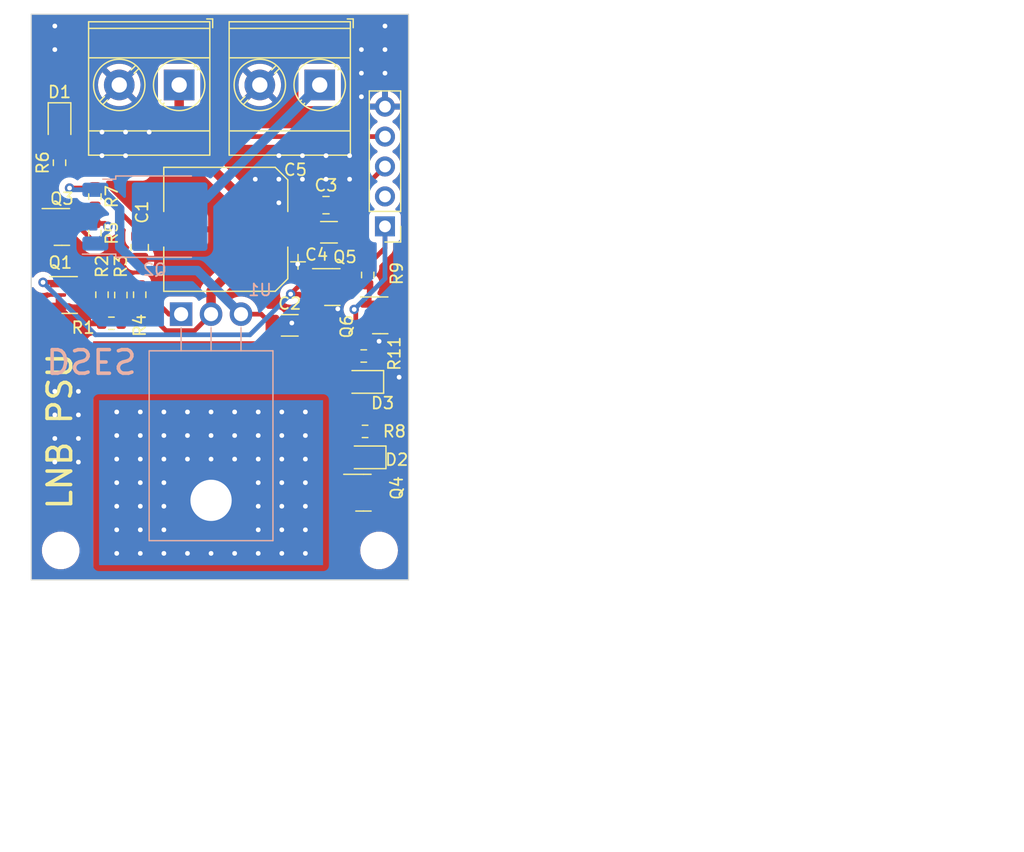
<source format=kicad_pcb>
(kicad_pcb (version 20221018) (generator pcbnew)
  (title_block (title "LNBF PSU") (date "2023-06-22") (rev "1") (company "Deep Space Exploration Society") (comment 1 "Designed by Hans Gaensbauer"))
  (layers (0 "F.Cu" signal) (31 "B.Cu" signal) (34 "B.Paste" user) (35 "F.Paste" user) (36 "B.SilkS" user "B.Silkscreen") (37 "F.SilkS" user "F.Silkscreen") (38 "B.Mask" user) (39 "F.Mask" user) (44 "Edge.Cuts" user))
  (net 0 "")
  (net 1 "Net-(Q2-D)")
  (net 2 "GND")
  (net 3 "Net-(J2-Pin_1)")
  (net 4 "Net-(D1-A)")
  (net 5 "Net-(D2-K)")
  (net 6 "Net-(D2-A)")
  (net 7 "Net-(D3-K)")
  (net 8 "Net-(D3-A)")
  (net 9 "Net-(J1-Pin_1)")
  (net 10 "+5V")
  (net 12 "Net-(J3-Pin_3)")
  (net 13 "Net-(J3-Pin_4)")
  (net 14 "Net-(Q1-D)")
  (net 15 "Net-(Q2-G)")
  (net 16 "Net-(Q3-D)")
  (net 17 "Net-(Q5-D)")
  (net 18 "Net-(U1-ADJ)")
  (net 19 "Net-(R2-Pad1)")
  (footprint "LED_SMD:LED_0805_2012Metric" (layer "F.Cu") (at 145.4 101.2 -90)
    (fp_text reference "D1" (at -2.6 0 -180) (layer "F.SilkS"))
    (fp_text value "LED_Small")
    (fp_line (start -1.685 -0.96) (end -1.685 0.96) (stroke (width 0.12)) (layer "F.SilkS"))
    (fp_line (start -1.685 0.96) (end 1 0.96) (stroke (width 0.12)) (layer "F.SilkS"))
    (fp_line (start 1 -0.96) (end -1.685 -0.96) (stroke (width 0.12)) (layer "F.SilkS"))
    (pad "1" smd roundrect (at -0.9375 0 270) (size 0.975 1.4) (layers "F.Cu" "F.Paste" "F.Mask") (net 2 "GND"))
    (pad "2" smd roundrect (at 0.9375 0 270) (size 0.975 1.4) (layers "F.Cu" "F.Paste" "F.Mask") (net 4 "Net-(D1-A)"))
  )
  (footprint "Connector_PinHeader_2.54mm:PinHeader_1x05_P2.54mm_Vertical" (layer "F.Cu") (at 173 110 180)
    (fp_text reference "J3" hide)
    (fp_text value "Conn_01x05_Pin")
    (fp_line (start -1.33 -1.33) (end 0 -1.33) (stroke (width 0.12)) (layer "F.SilkS"))
    (fp_line (start -1.33 0) (end -1.33 -1.33) (stroke (width 0.12)) (layer "F.SilkS"))
    (fp_line (start -1.33 1.27) (end -1.33 11.49) (stroke (width 0.12)) (layer "F.SilkS"))
    (fp_line (start -1.33 1.27) (end 1.33 1.27) (stroke (width 0.12)) (layer "F.SilkS"))
    (fp_line (start -1.33 11.49) (end 1.33 11.49) (stroke (width 0.12)) (layer "F.SilkS"))
    (fp_line (start 1.33 1.27) (end 1.33 11.49) (stroke (width 0.12)) (layer "F.SilkS"))
    (pad "1" thru_hole rect (at 0 0 180) (size 1.7 1.7) (drill 1) (layers "*.Cu" "*.Mask") (net 10 "+5V"))
    (pad "2" thru_hole oval (at 0 2.54 180) (size 1.7 1.7) (drill 1) (layers "*.Cu" "*.Mask"))
    (pad "3" thru_hole oval (at 0 5.08 180) (size 1.7 1.7) (drill 1) (layers "*.Cu" "*.Mask") (net 12 "Net-(J3-Pin_3)"))
    (pad "4" thru_hole oval (at 0 7.62 180) (size 1.7 1.7) (drill 1) (layers "*.Cu" "*.Mask") (net 13 "Net-(J3-Pin_4)"))
    (pad "5" thru_hole oval (at 0 10.16 180) (size 1.7 1.7) (drill 1) (layers "*.Cu" "*.Mask") (net 2 "GND"))
  )
  (footprint "Package_TO_SOT_SMD:SOT-23" (layer "F.Cu") (at 168.5375 115.15)
    (fp_text reference "Q5" (at 1.0625 -2.55) (layer "F.SilkS"))
    (fp_text value "Q_NMOS_GSD")
    (fp_line (start 0 -1.56) (end -1.675 -1.56) (stroke (width 0.12)) (layer "F.SilkS"))
    (fp_line (start 0 -1.56) (end 0.65 -1.56) (stroke (width 0.12)) (layer "F.SilkS"))
    (fp_line (start 0 1.56) (end -0.65 1.56) (stroke (width 0.12)) (layer "F.SilkS"))
    (fp_line (start 0 1.56) (end 0.65 1.56) (stroke (width 0.12)) (layer "F.SilkS"))
    (pad "1" smd roundrect (at -0.9375 -0.95) (size 1.475 0.6) (layers "F.Cu" "F.Paste" "F.Mask") (net 12 "Net-(J3-Pin_3)"))
    (pad "2" smd roundrect (at -0.9375 0.95) (size 1.475 0.6) (layers "F.Cu" "F.Paste" "F.Mask") (net 2 "GND"))
    (pad "3" smd roundrect (at 0.9375 0) (size 1.475 0.6) (layers "F.Cu" "F.Paste" "F.Mask") (net 17 "Net-(Q5-D)"))
  )
  (footprint "Resistor_SMD:R_0603_1608Metric" (layer "F.Cu") (at 148.4 110.575 -90)
    (fp_text reference "R5" (at 0 -1.43 90) (layer "F.SilkS"))
    (fp_text value "10k")
    (fp_line (start -0.237258 -0.5225) (end 0.237258 -0.5225) (stroke (width 0.12)) (layer "F.SilkS"))
    (fp_line (start -0.237258 0.5225) (end 0.237258 0.5225) (stroke (width 0.12)) (layer "F.SilkS"))
    (pad "1" smd roundrect (at -0.825 0 270) (size 0.8 0.95) (layers "F.Cu" "F.Paste" "F.Mask") (net 15 "Net-(Q2-G)"))
    (pad "2" smd roundrect (at 0.825 0 270) (size 0.8 0.95) (layers "F.Cu" "F.Paste" "F.Mask") (net 16 "Net-(Q3-D)"))
  )
  (footprint "MountingHole:MountingHole_2.7mm_M2.5" (layer "F.Cu") (at 172.5 137.5)
    (fp_text reference "H1" hide)
    (fp_text value "MountingHole")
    (pad "" np_thru_hole circle (at 0 0) (size 2.7 2.7) (drill 2.7) (layers "*.Cu" "*.Mask"))
  )
  (footprint "interferometer:TO-220-RS-Heatsink" (layer "F.Cu") (at 158.25 129.75 90)
    (fp_text reference "HS1" hide)
    (fp_text value "Heatsink_Pad")
    (pad "1" thru_hole circle (at -8 -8 90) (size 0.8 0.8) (drill 0.4) (layers "*.Cu" "*.Mask"))
    (pad "1" thru_hole circle (at -8 -6 90) (size 0.8 0.8) (drill 0.4) (layers "*.Cu" "*.Mask"))
    (pad "1" thru_hole circle (at -8 -4 90) (size 0.8 0.8) (drill 0.4) (layers "*.Cu" "*.Mask"))
    (pad "1" thru_hole circle (at -8 -2 90) (size 0.8 0.8) (drill 0.4) (layers "*.Cu" "*.Mask"))
    (pad "1" thru_hole circle (at -8 0 90) (size 0.8 0.8) (drill 0.4) (layers "*.Cu" "*.Mask"))
    (pad "1" thru_hole circle (at -8 2 90) (size 0.8 0.8) (drill 0.4) (layers "*.Cu" "*.Mask"))
    (pad "1" thru_hole circle (at -8 4 90) (size 0.8 0.8) (drill 0.4) (layers "*.Cu" "*.Mask"))
    (pad "1" thru_hole circle (at -8 6 90) (size 0.8 0.8) (drill 0.4) (layers "*.Cu" "*.Mask"))
    (pad "1" thru_hole circle (at -8 8 90) (size 0.8 0.8) (drill 0.4) (layers "*.Cu" "*.Mask"))
    (pad "1" thru_hole circle (at -6 -8 90) (size 0.8 0.8) (drill 0.4) (layers "*.Cu" "*.Mask"))
    (pad "1" thru_hole circle (at -6 -6 90) (size 0.8 0.8) (drill 0.4) (layers "*.Cu" "*.Mask"))
    (pad "1" thru_hole circle (at -6 -4 90) (size 0.8 0.8) (drill 0.4) (layers "*.Cu" "*.Mask"))
    (pad "1" thru_hole circle (at -6 4 90) (size 0.8 0.8) (drill 0.4) (layers "*.Cu" "*.Mask"))
    (pad "1" thru_hole circle (at -6 6 90) (size 0.8 0.8) (drill 0.4) (layers "*.Cu" "*.Mask"))
    (pad "1" thru_hole circle (at -6 8 90) (size 0.8 0.8) (drill 0.4) (layers "*.Cu" "*.Mask"))
    (pad "1" thru_hole circle (at -4 -8 90) (size 0.8 0.8) (drill 0.4) (layers "*.Cu" "*.Mask"))
    (pad "1" thru_hole circle (at -4 -6 90) (size 0.8 0.8) (drill 0.4) (layers "*.Cu" "*.Mask"))
    (pad "1" thru_hole circle (at -4 -4 90) (size 0.8 0.8) (drill 0.4) (layers "*.Cu" "*.Mask"))
    (pad "1" thru_hole circle (at -4 4 90) (size 0.8 0.8) (drill 0.4) (layers "*.Cu" "*.Mask"))
    (pad "1" thru_hole circle (at -4 6 90) (size 0.8 0.8) (drill 0.4) (layers "*.Cu" "*.Mask"))
    (pad "1" thru_hole circle (at -4 8 90) (size 0.8 0.8) (drill 0.4) (layers "*.Cu" "*.Mask"))
    (pad "1" thru_hole circle (at -2 -8 90) (size 0.8 0.8) (drill 0.4) (layers "*.Cu" "*.Mask"))
    (pad "1" thru_hole circle (at -2 -6 90) (size 0.8 0.8) (drill 0.4) (layers "*.Cu" "*.Mask"))
    (pad "1" thru_hole circle (at -2 -4 90) (size 0.8 0.8) (drill 0.4) (layers "*.Cu" "*.Mask"))
    (pad "1" smd rect (at -2 0 90) (size 14 19) (layers "B.Cu"))
    (pad "1" thru_hole circle (at -2 4 90) (size 0.8 0.8) (drill 0.4) (layers "*.Cu" "*.Mask"))
    (pad "1" thru_hole circle (at -2 6 90) (size 0.8 0.8) (drill 0.4) (layers "*.Cu" "*.Mask"))
    (pad "1" thru_hole circle (at -2 8 90) (size 0.8 0.8) (drill 0.4) (layers "*.Cu" "*.Mask"))
    (pad "1" thru_hole circle (at 0 -8 90) (size 0.8 0.8) (drill 0.4) (layers "*.Cu" "*.Mask"))
    (pad "1" thru_hole circle (at 0 -6 90) (size 0.8 0.8) (drill 0.4) (layers "*.Cu" "*.Mask"))
    (pad "1" thru_hole circle (at 0 -4 90) (size 0.8 0.8) (drill 0.4) (layers "*.Cu" "*.Mask"))
    (pad "1" thru_hole circle (at 0 -2 90) (size 0.8 0.8) (drill 0.4) (layers "*.Cu" "*.Mask"))
    (pad "1" thru_hole circle (at 0 0 90) (size 0.8 0.8) (drill 0.4) (layers "*.Cu" "*.Mask"))
    (pad "1" smd rect (at 0 0 90) (size 20 20) (layers "F.Cu" "F.Paste" "F.Mask"))
    (pad "1" thru_hole circle (at 0 2 90) (size 0.8 0.8) (drill 0.4) (layers "*.Cu" "*.Mask"))
    (pad "1" thru_hole circle (at 0 4 90) (size 0.8 0.8) (drill 0.4) (layers "*.Cu" "*.Mask"))
    (pad "1" thru_hole circle (at 0 6 90) (size 0.8 0.8) (drill 0.4) (layers "*.Cu" "*.Mask"))
    (pad "1" thru_hole circle (at 0 8 90) (size 0.8 0.8) (drill 0.4) (layers "*.Cu" "*.Mask"))
    (pad "1" thru_hole circle (at 2 -8 90) (size 0.8 0.8) (drill 0.4) (layers "*.Cu" "*.Mask"))
    (pad "1" thru_hole circle (at 2 -6 90) (size 0.8 0.8) (drill 0.4) (layers "*.Cu" "*.Mask"))
    (pad "1" thru_hole circle (at 2 -4 90) (size 0.8 0.8) (drill 0.4) (layers "*.Cu" "*.Mask"))
    (pad "1" thru_hole circle (at 2 -2 90) (size 0.8 0.8) (drill 0.4) (layers "*.Cu" "*.Mask"))
    (pad "1" thru_hole circle (at 2 0 90) (size 0.8 0.8) (drill 0.4) (layers "*.Cu" "*.Mask"))
    (pad "1" thru_hole circle (at 2 2 90) (size 0.8 0.8) (drill 0.4) (layers "*.Cu" "*.Mask"))
    (pad "1" thru_hole circle (at 2 4 90) (size 0.8 0.8) (drill 0.4) (layers "*.Cu" "*.Mask"))
    (pad "1" thru_hole circle (at 2 6 90) (size 0.8 0.8) (drill 0.4) (layers "*.Cu" "*.Mask"))
    (pad "1" thru_hole circle (at 2 8 90) (size 0.8 0.8) (drill 0.4) (layers "*.Cu" "*.Mask"))
    (pad "1" thru_hole circle (at 4 -8 90) (size 0.8 0.8) (drill 0.4) (layers "*.Cu" "*.Mask"))
    (pad "1" thru_hole circle (at 4 -6 90) (size 0.8 0.8) (drill 0.4) (layers "*.Cu" "*.Mask"))
    (pad "1" thru_hole circle (at 4 -4 90) (size 0.8 0.8) (drill 0.4) (layers "*.Cu" "*.Mask"))
    (pad "1" thru_hole circle (at 4 -2 90) (size 0.8 0.8) (drill 0.4) (layers "*.Cu" "*.Mask"))
    (pad "1" thru_hole circle (at 4 0 90) (size 0.8 0.8) (drill 0.4) (layers "*.Cu" "*.Mask"))
    (pad "1" thru_hole circle (at 4 2 90) (size 0.8 0.8) (drill 0.4) (layers "*.Cu" "*.Mask"))
    (pad "1" thru_hole circle (at 4 4 90) (size 0.8 0.8) (drill 0.4) (layers "*.Cu" "*.Mask"))
    (pad "1" thru_hole circle (at 4 6 90) (size 0.8 0.8) (drill 0.4) (layers "*.Cu" "*.Mask"))
    (pad "1" thru_hole circle (at 4 8 90) (size 0.8 0.8) (drill 0.4) (layers "*.Cu" "*.Mask"))
  )
  (footprint "Resistor_SMD:R_0603_1608Metric" (layer "F.Cu") (at 150.6 115.825 90)
    (fp_text reference "R3" (at 2.425 0 90) (layer "F.SilkS"))
    (fp_text value "10k")
    (fp_line (start -0.237258 -0.5225) (end 0.237258 -0.5225) (stroke (width 0.12)) (layer "F.SilkS"))
    (fp_line (start -0.237258 0.5225) (end 0.237258 0.5225) (stroke (width 0.12)) (layer "F.SilkS"))
    (pad "1" smd roundrect (at -0.825 0 90) (size 0.8 0.95) (layers "F.Cu" "F.Paste" "F.Mask") (net 18 "Net-(U1-ADJ)"))
    (pad "2" smd roundrect (at 0.825 0 90) (size 0.8 0.95) (layers "F.Cu" "F.Paste" "F.Mask") (net 19 "Net-(R2-Pad1)"))
  )
  (footprint "Resistor_SMD:R_0603_1608Metric" (layer "F.Cu") (at 148.4 107.475 -90)
    (fp_text reference "R7" (at 0 -1.43 90) (layer "F.SilkS"))
    (fp_text value "10k")
    (fp_line (start -0.237258 -0.5225) (end 0.237258 -0.5225) (stroke (width 0.12)) (layer "F.SilkS"))
    (fp_line (start -0.237258 0.5225) (end 0.237258 0.5225) (stroke (width 0.12)) (layer "F.SilkS"))
    (pad "1" smd roundrect (at -0.825 0 270) (size 0.8 0.95) (layers "F.Cu" "F.Paste" "F.Mask") (net 1 "Net-(Q2-D)"))
    (pad "2" smd roundrect (at 0.825 0 270) (size 0.8 0.95) (layers "F.Cu" "F.Paste" "F.Mask") (net 15 "Net-(Q2-G)"))
  )
  (footprint "TerminalBlock_Phoenix:TerminalBlock_Phoenix_MKDS-3-2-5.08_1x02_P5.08mm_Horizontal" (layer "F.Cu") (at 167.465 98 180)
    (fp_text reference "J1" hide)
    (fp_text value "Screw_Terminal_01x02")
    (fp_line (start -2.84 4.86) (end -2.84 5.6) (stroke (width 0.12)) (layer "F.SilkS"))
    (fp_line (start -2.84 5.6) (end -2.34 5.6) (stroke (width 0.12)) (layer "F.SilkS"))
    (fp_line (start -2.6 -5.96) (end -2.6 5.36) (stroke (width 0.12)) (layer "F.SilkS"))
    (fp_line (start -2.6 -5.96) (end 7.68 -5.96) (stroke (width 0.12)) (layer "F.SilkS"))
    (fp_line (start -2.6 -3.9) (end 7.68 -3.9) (stroke (width 0.12)) (layer "F.SilkS"))
    (fp_line (start -2.6 2.3) (end 7.68 2.3) (stroke (width 0.12)) (layer "F.SilkS"))
    (fp_line (start -2.6 4.8) (end 7.68 4.8) (stroke (width 0.12)) (layer "F.SilkS"))
    (fp_line (start -2.6 5.36) (end 7.68 5.36) (stroke (width 0.12)) (layer "F.SilkS"))
    (fp_line (start -1.548 1.281) (end -1.654 1.388) (stroke (width 0.12)) (layer "F.SilkS"))
    (fp_line (start -1.282 1.547) (end -1.388 1.654) (stroke (width 0.12)) (layer "F.SilkS"))
    (fp_line (start 1.388 -1.654) (end 1.281 -1.547) (stroke (width 0.12)) (layer "F.SilkS"))
    (fp_line (start 1.654 -1.388) (end 1.547 -1.281) (stroke (width 0.12)) (layer "F.SilkS"))
    (fp_line (start 3.822 0.992) (end 3.427 1.388) (stroke (width 0.12)) (layer "F.SilkS"))
    (fp_line (start 4.073 1.274) (end 3.693 1.654) (stroke (width 0.12)) (layer "F.SilkS"))
    (fp_line (start 6.468 -1.654) (end 6.088 -1.274) (stroke (width 0.12)) (layer "F.SilkS"))
    (fp_line (start 6.734 -1.388) (end 6.339 -0.992) (stroke (width 0.12)) (layer "F.SilkS"))
    (fp_line (start 7.68 -5.96) (end 7.68 5.36) (stroke (width 0.12)) (layer "F.SilkS"))
    (fp_circle (center 0 0) (end 2.18 0) (stroke (width 0.12)) (fill none) (layer "F.SilkS"))
    (fp_circle (center 5.08 0) (end 7.26 0) (stroke (width 0.12)) (fill none) (layer "F.SilkS"))
    (pad "1" thru_hole rect (at 0 0 180) (size 2.6 2.6) (drill 1.3) (layers "*.Cu" "*.Mask") (net 9 "Net-(J1-Pin_1)"))
    (pad "2" thru_hole circle (at 5.08 0 180) (size 2.6 2.6) (drill 1.3) (layers "*.Cu" "*.Mask") (net 2 "GND"))
  )
  (footprint "Package_TO_SOT_SMD:SOT-23" (layer "F.Cu") (at 171.175 132.6)
    (fp_text reference "Q4" (at 2.825 -0.4 90) (layer "F.SilkS"))
    (fp_text value "Q_NMOS_GSD")
    (fp_line (start 0 -1.56) (end -1.675 -1.56) (stroke (width 0.12)) (layer "F.SilkS"))
    (fp_line (start 0 -1.56) (end 0.65 -1.56) (stroke (width 0.12)) (layer "F.SilkS"))
    (fp_line (start 0 1.56) (end -0.65 1.56) (stroke (width 0.12)) (layer "F.SilkS"))
    (fp_line (start 0 1.56) (end 0.65 1.56) (stroke (width 0.12)) (layer "F.SilkS"))
    (pad "1" smd roundrect (at -0.9375 -0.95) (size 1.475 0.6) (layers "F.Cu" "F.Paste" "F.Mask") (net 12 "Net-(J3-Pin_3)"))
    (pad "2" smd roundrect (at -0.9375 0.95) (size 1.475 0.6) (layers "F.Cu" "F.Paste" "F.Mask") (net 2 "GND"))
    (pad "3" smd roundrect (at 0.9375 0) (size 1.475 0.6) (layers "F.Cu" "F.Paste" "F.Mask") (net 5 "Net-(D2-K)"))
  )
  (footprint "Resistor_SMD:R_0603_1608Metric" (layer "F.Cu") (at 171.5375 114.125 -90)
    (fp_text reference "R9" (at -0.125 -2.4625 90) (layer "F.SilkS"))
    (fp_text value "1Meg")
    (fp_line (start -0.237258 -0.5225) (end 0.237258 -0.5225) (stroke (width 0.12)) (layer "F.SilkS"))
    (fp_line (start -0.237258 0.5225) (end 0.237258 0.5225) (stroke (width 0.12)) (layer "F.SilkS"))
    (pad "1" smd roundrect (at -0.825 0 270) (size 0.8 0.95) (layers "F.Cu" "F.Paste" "F.Mask") (net 10 "+5V"))
    (pad "2" smd roundrect (at 0.825 0 270) (size 0.8 0.95) (layers "F.Cu" "F.Paste" "F.Mask") (net 17 "Net-(Q5-D)"))
  )
  (footprint "Capacitor_SMD:C_1206_3216Metric" (layer "F.Cu") (at 168.25 110.5)
    (fp_text reference "C4" (at -1.05 1.9) (layer "F.SilkS"))
    (fp_text value "100n")
    (fp_line (start -0.711252 -0.91) (end 0.711252 -0.91) (stroke (width 0.12)) (layer "F.SilkS"))
    (fp_line (start -0.711252 0.91) (end 0.711252 0.91) (stroke (width 0.12)) (layer "F.SilkS"))
    (pad "1" smd roundrect (at -1.475 0) (size 1.15 1.8) (layers "F.Cu" "F.Paste" "F.Mask") (roundrect_rratio 0.2173913043) (net 3 "Net-(J2-Pin_1)"))
    (pad "2" smd roundrect (at 1.475 0) (size 1.15 1.8) (layers "F.Cu" "F.Paste" "F.Mask") (roundrect_rratio 0.2173913043) (net 2 "GND"))
  )
  (footprint "Capacitor_SMD:CP_Elec_10x10" (layer "F.Cu") (at 159.5 110.25 180)
    (fp_text reference "C5" (at -5.9 5.05) (layer "F.SilkS"))
    (fp_text value "100u")
    (fp_line (start -6.75 -2.76) (end -5.5 -2.76) (stroke (width 0.12)) (layer "F.SilkS"))
    (fp_line (start -6.125 -3.385) (end -6.125 -2.135) (stroke (width 0.12)) (layer "F.SilkS"))
    (fp_line (start -5.26 -4.195563) (end -5.26 -1.51) (stroke (width 0.12)) (layer "F.SilkS"))
    (fp_line (start -5.26 -4.195563) (end -4.195563 -5.26) (stroke (width 0.12)) (layer "F.SilkS"))
    (fp_line (start -5.26 4.195563) (end -5.26 1.51) (stroke (width 0.12)) (layer "F.SilkS"))
    (fp_line (start -5.26 4.195563) (end -4.195563 5.26) (stroke (width 0.12)) (layer "F.SilkS"))
    (fp_line (start -4.195563 -5.26) (end 5.26 -5.26) (stroke (width 0.12)) (layer "F.SilkS"))
    (fp_line (start -4.195563 5.26) (end 5.26 5.26) (stroke (width 0.12)) (layer "F.SilkS"))
    (fp_line (start 5.26 -5.26) (end 5.26 -1.51) (stroke (width 0.12)) (layer "F.SilkS"))
    (fp_line (start 5.26 5.26) (end 5.26 1.51) (stroke (width 0.12)) (layer "F.SilkS"))
    (pad "1" smd roundrect (at -4 0 180) (size 4 2.5) (layers "F.Cu" "F.Paste" "F.Mask") (roundrect_rratio 0.1) (net 3 "Net-(J2-Pin_1)"))
    (pad "2" smd roundrect (at 4 0 180) (size 4 2.5) (layers "F.Cu" "F.Paste" "F.Mask") (roundrect_rratio 0.1) (net 2 "GND"))
  )
  (footprint "Resistor_SMD:R_0603_1608Metric" (layer "F.Cu") (at 149 115.8 -90)
    (fp_text reference "R2" (at -2.4 0 90) (layer "F.SilkS"))
    (fp_text value "3.3k")
    (fp_line (start -0.237258 -0.5225) (end 0.237258 -0.5225) (stroke (width 0.12)) (layer "F.SilkS"))
    (fp_line (start -0.237258 0.5225) (end 0.237258 0.5225) (stroke (width 0.12)) (layer "F.SilkS"))
    (pad "1" smd roundrect (at -0.825 0 270) (size 0.8 0.95) (layers "F.Cu" "F.Paste" "F.Mask") (net 19 "Net-(R2-Pad1)"))
    (pad "2" smd roundrect (at 0.825 0 270) (size 0.8 0.95) (layers "F.Cu" "F.Paste" "F.Mask") (net 14 "Net-(Q1-D)"))
  )
  (footprint "Resistor_SMD:R_0603_1608Metric" (layer "F.Cu") (at 171.2 121 180)
    (fp_text reference "R11" (at -2.6 0.2 90) (layer "F.SilkS"))
    (fp_text value "2k")
    (fp_line (start -0.237258 -0.5225) (end 0.237258 -0.5225) (stroke (width 0.12)) (layer "F.SilkS"))
    (fp_line (start -0.237258 0.5225) (end 0.237258 0.5225) (stroke (width 0.12)) (layer "F.SilkS"))
    (pad "1" smd roundrect (at -0.825 0 180) (size 0.8 0.95) (layers "F.Cu" "F.Paste" "F.Mask") (net 10 "+5V"))
    (pad "2" smd roundrect (at 0.825 0 180) (size 0.8 0.95) (layers "F.Cu" "F.Paste" "F.Mask") (net 8 "Net-(D3-A)"))
  )
  (footprint "Resistor_SMD:R_0603_1608Metric" (layer "F.Cu") (at 171.3125 127.4 180)
    (fp_text reference "R8" (at -2.4875 0) (layer "F.SilkS"))
    (fp_text value "2k")
    (fp_line (start -0.237258 -0.5225) (end 0.237258 -0.5225) (stroke (width 0.12)) (layer "F.SilkS"))
    (fp_line (start -0.237258 0.5225) (end 0.237258 0.5225) (stroke (width 0.12)) (layer "F.SilkS"))
    (pad "1" smd roundrect (at -0.825 0 180) (size 0.8 0.95) (layers "F.Cu" "F.Paste" "F.Mask") (net 10 "+5V"))
    (pad "2" smd roundrect (at 0.825 0 180) (size 0.8 0.95) (layers "F.Cu" "F.Paste" "F.Mask") (net 6 "Net-(D2-A)"))
  )
  (footprint "Package_TO_SOT_SMD:SOT-23" (layer "F.Cu") (at 145.6 110.05)
    (fp_text reference "Q3" (at 0 -2.4) (layer "F.SilkS"))
    (fp_text value "Q_NMOS_GSD")
    (fp_line (start 0 -1.56) (end -1.675 -1.56) (stroke (width 0.12)) (layer "F.SilkS"))
    (fp_line (start 0 -1.56) (end 0.65 -1.56) (stroke (width 0.12)) (layer "F.SilkS"))
    (fp_line (start 0 1.56) (end -0.65 1.56) (stroke (width 0.12)) (layer "F.SilkS"))
    (fp_line (start 0 1.56) (end 0.65 1.56) (stroke (width 0.12)) (layer "F.SilkS"))
    (pad "1" smd roundrect (at -0.9375 -0.95) (size 1.475 0.6) (layers "F.Cu" "F.Paste" "F.Mask") (net 13 "Net-(J3-Pin_4)"))
    (pad "2" smd roundrect (at -0.9375 0.95) (size 1.475 0.6) (layers "F.Cu" "F.Paste" "F.Mask") (net 2 "GND"))
    (pad "3" smd roundrect (at 0.9375 0) (size 1.475 0.6) (layers "F.Cu" "F.Paste" "F.Mask") (net 16 "Net-(Q3-D)"))
  )
  (footprint "LED_SMD:LED_0805_2012Metric" (layer "F.Cu") (at 171.2 123.2 180)
    (fp_text reference "D3" (at -1.6 -1.8) (layer "F.SilkS"))
    (fp_text value "LED_Small")
    (fp_line (start -1.685 -0.96) (end -1.685 0.96) (stroke (width 0.12)) (layer "F.SilkS"))
    (fp_line (start -1.685 0.96) (end 1 0.96) (stroke (width 0.12)) (layer "F.SilkS"))
    (fp_line (start 1 -0.96) (end -1.685 -0.96) (stroke (width 0.12)) (layer "F.SilkS"))
    (pad "1" smd roundrect (at -0.9375 0 180) (size 0.975 1.4) (layers "F.Cu" "F.Paste" "F.Mask") (net 7 "Net-(D3-K)"))
    (pad "2" smd roundrect (at 0.9375 0 180) (size 0.975 1.4) (layers "F.Cu" "F.Paste" "F.Mask") (net 8 "Net-(D3-A)"))
  )
  (footprint "TerminalBlock_Phoenix:TerminalBlock_Phoenix_MKDS-3-2-5.08_1x02_P5.08mm_Horizontal" (layer "F.Cu") (at 155.545 98 180)
    (fp_text reference "J2" hide)
    (fp_text value "Screw_Terminal_01x02")
    (fp_line (start -2.84 4.86) (end -2.84 5.6) (stroke (width 0.12)) (layer "F.SilkS"))
    (fp_line (start -2.84 5.6) (end -2.34 5.6) (stroke (width 0.12)) (layer "F.SilkS"))
    (fp_line (start -2.6 -5.96) (end -2.6 5.36) (stroke (width 0.12)) (layer "F.SilkS"))
    (fp_line (start -2.6 -5.96) (end 7.68 -5.96) (stroke (width 0.12)) (layer "F.SilkS"))
    (fp_line (start -2.6 -3.9) (end 7.68 -3.9) (stroke (width 0.12)) (layer "F.SilkS"))
    (fp_line (start -2.6 2.3) (end 7.68 2.3) (stroke (width 0.12)) (layer "F.SilkS"))
    (fp_line (start -2.6 4.8) (end 7.68 4.8) (stroke (width 0.12)) (layer "F.SilkS"))
    (fp_line (start -2.6 5.36) (end 7.68 5.36) (stroke (width 0.12)) (layer "F.SilkS"))
    (fp_line (start -1.548 1.281) (end -1.654 1.388) (stroke (width 0.12)) (layer "F.SilkS"))
    (fp_line (start -1.282 1.547) (end -1.388 1.654) (stroke (width 0.12)) (layer "F.SilkS"))
    (fp_line (start 1.388 -1.654) (end 1.281 -1.547) (stroke (width 0.12)) (layer "F.SilkS"))
    (fp_line (start 1.654 -1.388) (end 1.547 -1.281) (stroke (width 0.12)) (layer "F.SilkS"))
    (fp_line (start 3.822 0.992) (end 3.427 1.388) (stroke (width 0.12)) (layer "F.SilkS"))
    (fp_line (start 4.073 1.274) (end 3.693 1.654) (stroke (width 0.12)) (layer "F.SilkS"))
    (fp_line (start 6.468 -1.654) (end 6.088 -1.274) (stroke (width 0.12)) (layer "F.SilkS"))
    (fp_line (start 6.734 -1.388) (end 6.339 -0.992) (stroke (width 0.12)) (layer "F.SilkS"))
    (fp_line (start 7.68 -5.96) (end 7.68 5.36) (stroke (width 0.12)) (layer "F.SilkS"))
    (fp_circle (center 0 0) (end 2.18 0) (stroke (width 0.12)) (fill none) (layer "F.SilkS"))
    (fp_circle (center 5.08 0) (end 7.26 0) (stroke (width 0.12)) (fill none) (layer "F.SilkS"))
    (pad "1" thru_hole rect (at 0 0 180) (size 2.6 2.6) (drill 1.3) (layers "*.Cu" "*.Mask") (net 3 "Net-(J2-Pin_1)"))
    (pad "2" thru_hole circle (at 5.08 0 180) (size 2.6 2.6) (drill 1.3) (layers "*.Cu" "*.Mask") (net 2 "GND"))
  )
  (footprint "LED_SMD:LED_0805_2012Metric" (layer "F.Cu") (at 171.4 129.6 180)
    (fp_text reference "D2" (at -2.6 -0.2) (layer "F.SilkS"))
    (fp_text value "LED_Small")
    (fp_line (start -1.685 -0.96) (end -1.685 0.96) (stroke (width 0.12)) (layer "F.SilkS"))
    (fp_line (start -1.685 0.96) (end 1 0.96) (stroke (width 0.12)) (layer "F.SilkS"))
    (fp_line (start 1 -0.96) (end -1.685 -0.96) (stroke (width 0.12)) (layer "F.SilkS"))
    (pad "1" smd roundrect (at -0.9375 0 180) (size 0.975 1.4) (layers "F.Cu" "F.Paste" "F.Mask") (net 5 "Net-(D2-K)"))
    (pad "2" smd roundrect (at 0.9375 0 180) (size 0.975 1.4) (layers "F.Cu" "F.Paste" "F.Mask") (net 6 "Net-(D2-A)"))
  )
  (footprint "Capacitor_SMD:C_1206_3216Metric" (layer "F.Cu") (at 164.925 118.4)
    (fp_text reference "C2" (at 0 -1.85) (layer "F.SilkS"))
    (fp_text value "100n")
    (fp_line (start -0.711252 -0.91) (end 0.711252 -0.91) (stroke (width 0.12)) (layer "F.SilkS"))
    (fp_line (start -0.711252 0.91) (end 0.711252 0.91) (stroke (width 0.12)) (layer "F.SilkS"))
    (pad "1" smd roundrect (at -1.475 0) (size 1.15 1.8) (layers "F.Cu" "F.Paste" "F.Mask") (roundrect_rratio 0.2173913043) (net 1 "Net-(Q2-D)"))
    (pad "2" smd roundrect (at 1.475 0) (size 1.15 1.8) (layers "F.Cu" "F.Paste" "F.Mask") (roundrect_rratio 0.2173913043) (net 2 "GND"))
  )
  (footprint "Package_TO_SOT_SMD:SOT-23" (layer "F.Cu") (at 172.6 117.55)
    (fp_text reference "Q6" (at -2.85 0.95 90) (layer "F.SilkS"))
    (fp_text value "Q_NMOS_GSD")
    (fp_line (start 0 -1.56) (end -1.675 -1.56) (stroke (width 0.12)) (layer "F.SilkS"))
    (fp_line (start 0 -1.56) (end 0.65 -1.56) (stroke (width 0.12)) (layer "F.SilkS"))
    (fp_line (start 0 1.56) (end -0.65 1.56) (stroke (width 0.12)) (layer "F.SilkS"))
    (fp_line (start 0 1.56) (end 0.65 1.56) (stroke (width 0.12)) (layer "F.SilkS"))
    (pad "1" smd roundrect (at -0.9375 -0.95) (size 1.475 0.6) (layers "F.Cu" "F.Paste" "F.Mask") (net 17 "Net-(Q5-D)"))
    (pad "2" smd roundrect (at -0.9375 0.95) (size 1.475 0.6) (layers "F.Cu" "F.Paste" "F.Mask") (net 2 "GND"))
    (pad "3" smd roundrect (at 0.9375 0) (size 1.475 0.6) (layers "F.Cu" "F.Paste" "F.Mask") (net 7 "Net-(D3-K)"))
  )
  (footprint "Resistor_SMD:R_0603_1608Metric" (layer "F.Cu") (at 149.8 118.225 180)
    (fp_text reference "R1" (at 2.4 -0.375) (layer "F.SilkS"))
    (fp_text value "6.8k")
    (fp_line (start -0.237258 -0.5225) (end 0.237258 -0.5225) (stroke (width 0.12)) (layer "F.SilkS"))
    (fp_line (start -0.237258 0.5225) (end 0.237258 0.5225) (stroke (width 0.12)) (layer "F.SilkS"))
    (pad "1" smd roundrect (at -0.825 0 180) (size 0.8 0.95) (layers "F.Cu" "F.Paste" "F.Mask") (net 18 "Net-(U1-ADJ)"))
    (pad "2" smd roundrect (at 0.825 0 180) (size 0.8 0.95) (layers "F.Cu" "F.Paste" "F.Mask") (net 2 "GND"))
  )
  (footprint "Package_TO_SOT_SMD:SOT-23" (layer "F.Cu") (at 146.2625 115.825)
    (fp_text reference "Q1" (at -0.8 -2.75) (layer "F.SilkS"))
    (fp_text value "Q_NMOS_GSD")
    (fp_line (start 0 -1.56) (end -1.675 -1.56) (stroke (width 0.12)) (layer "F.SilkS"))
    (fp_line (start 0 -1.56) (end 0.65 -1.56) (stroke (width 0.12)) (layer "F.SilkS"))
    (fp_line (start 0 1.56) (end -0.65 1.56) (stroke (width 0.12)) (layer "F.SilkS"))
    (fp_line (start 0 1.56) (end 0.65 1.56) (stroke (width 0.12)) (layer "F.SilkS"))
    (pad "1" smd roundrect (at -0.9375 -0.95) (size 1.475 0.6) (layers "F.Cu" "F.Paste" "F.Mask") (net 12 "Net-(J3-Pin_3)"))
    (pad "2" smd roundrect (at -0.9375 0.95) (size 1.475 0.6) (layers "F.Cu" "F.Paste" "F.Mask") (net 2 "GND"))
    (pad "3" smd roundrect (at 0.9375 0) (size 1.475 0.6) (layers "F.Cu" "F.Paste" "F.Mask") (net 14 "Net-(Q1-D)"))
  )
  (footprint "Resistor_SMD:R_0603_1608Metric" (layer "F.Cu") (at 145.4 104.6 90)
    (fp_text reference "R6" (at 0 -1.43 90) (layer "F.SilkS"))
    (fp_text value "10k")
    (fp_line (start -0.237258 -0.5225) (end 0.237258 -0.5225) (stroke (width 0.12)) (layer "F.SilkS"))
    (fp_line (start -0.237258 0.5225) (end 0.237258 0.5225) (stroke (width 0.12)) (layer "F.SilkS"))
    (pad "1" smd roundrect (at -0.825 0 90) (size 0.8 0.95) (layers "F.Cu" "F.Paste" "F.Mask") (net 3 "Net-(J2-Pin_1)"))
    (pad "2" smd roundrect (at 0.825 0 90) (size 0.8 0.95) (layers "F.Cu" "F.Paste" "F.Mask") (net 4 "Net-(D1-A)"))
  )
  (footprint "Capacitor_SMD:C_0805_2012Metric" (layer "F.Cu") (at 152.2 111.8 -90)
    (fp_text reference "C1" (at -3 -0.2 90) (layer "F.SilkS"))
    (fp_text value "1u")
    (fp_line (start -0.261252 -0.735) (end 0.261252 -0.735) (stroke (width 0.12)) (layer "F.SilkS"))
    (fp_line (start -0.261252 0.735) (end 0.261252 0.735) (stroke (width 0.12)) (layer "F.SilkS"))
    (pad "1" smd roundrect (at -0.95 0 270) (size 1 1.45) (layers "F.Cu" "F.Paste" "F.Mask") (net 1 "Net-(Q2-D)"))
    (pad "2" smd roundrect (at 0.95 0 270) (size 1 1.45) (layers "F.Cu" "F.Paste" "F.Mask") (net 2 "GND"))
  )
  (footprint "Resistor_SMD:R_0603_1608Metric" (layer "F.Cu") (at 152.2 115.8 90)
    (fp_text reference "R4" (at -2.6 0 90) (layer "F.SilkS"))
    (fp_text value "470")
    (fp_line (start -0.237258 -0.5225) (end 0.237258 -0.5225) (stroke (width 0.12)) (layer "F.SilkS"))
    (fp_line (start -0.237258 0.5225) (end 0.237258 0.5225) (stroke (width 0.12)) (layer "F.SilkS"))
    (pad "1" smd roundrect (at -0.825 0 90) (size 0.8 0.95) (layers "F.Cu" "F.Paste" "F.Mask") (net 3 "Net-(J2-Pin_1)"))
    (pad "2" smd roundrect (at 0.825 0 90) (size 0.8 0.95) (layers "F.Cu" "F.Paste" "F.Mask") (net 18 "Net-(U1-ADJ)"))
  )
  (footprint "MountingHole:MountingHole_2.7mm_M2.5" (layer "F.Cu") (at 145.5 137.5)
    (fp_text reference "H2" hide)
    (fp_text value "MountingHole")
    (pad "" np_thru_hole circle (at 0 0) (size 2.7 2.7) (drill 2.7) (layers "*.Cu" "*.Mask"))
  )
  (footprint "Capacitor_SMD:C_0805_2012Metric" (layer "F.Cu") (at 168 108.2)
    (fp_text reference "C3" (at 0 -1.68 -360) (layer "F.SilkS"))
    (fp_text value "1u")
    (fp_line (start -0.261252 -0.735) (end 0.261252 -0.735) (stroke (width 0.12)) (layer "F.SilkS"))
    (fp_line (start -0.261252 0.735) (end 0.261252 0.735) (stroke (width 0.12)) (layer "F.SilkS"))
    (pad "1" smd roundrect (at -0.95 0) (size 1 1.45) (layers "F.Cu" "F.Paste" "F.Mask") (net 3 "Net-(J2-Pin_1)"))
    (pad "2" smd roundrect (at 0.95 0) (size 1 1.45) (layers "F.Cu" "F.Paste" "F.Mask") (net 2 "GND"))
  )
  (footprint "Package_TO_SOT_SMD:TO-252-2" (layer "B.Cu") (at 153.4775 109.175)
    (fp_text reference "Q2" (at 0 4.5) (layer "B.SilkS") (effects (justify mirror)))
    (fp_text value "Q_PMOS_GSD")
    (fp_line (start -3.31 -3.45) (end -3.31 -3.18) (stroke (width 0.12)) (layer "B.SilkS"))
    (fp_line (start -3.31 -3.18) (end -4.41 -3.18) (stroke (width 0.12)) (layer "B.SilkS"))
    (fp_line (start -3.31 3.18) (end -6.14 3.18) (stroke (width 0.12)) (layer "B.SilkS"))
    (fp_line (start -3.31 3.45) (end -3.31 3.18) (stroke (width 0.12)) (layer "B.SilkS"))
    (fp_line (start 3.11 -3.45) (end -3.31 -3.45) (stroke (width 0.12)) (layer "B.SilkS"))
    (fp_line (start 3.11 3.45) (end -3.31 3.45) (stroke (width 0.12)) (layer "B.SilkS"))
    (pad "1" smd roundrect (at -5.04 2.28) (size 2.2 1.2) (layers "B.Cu" "B.Paste" "B.Mask") (roundrect_rratio 0.2083333333) (net 15 "Net-(Q2-G)"))
    (pad "2" smd roundrect (at -0.415 -1.525) (size 3.05 2.75) (layers "B.Cu" "B.Paste") (roundrect_rratio 0.09090909091) (net 9 "Net-(J1-Pin_1)"))
    (pad "2" smd roundrect (at -0.415 1.525) (size 3.05 2.75) (layers "B.Cu" "B.Paste") (roundrect_rratio 0.09090909091) (net 9 "Net-(J1-Pin_1)"))
    (pad "2" smd roundrect (at 1.26 0) (size 6.4 5.8) (layers "B.Cu" "B.Mask") (roundrect_rratio 0.04310293103) (net 9 "Net-(J1-Pin_1)"))
    (pad "2" smd roundrect (at 2.935 -1.525) (size 3.05 2.75) (layers "B.Cu" "B.Paste") (roundrect_rratio 0.09090909091) (net 9 "Net-(J1-Pin_1)"))
    (pad "2" smd roundrect (at 2.935 1.525) (size 3.05 2.75) (layers "B.Cu" "B.Paste") (roundrect_rratio 0.09090909091) (net 9 "Net-(J1-Pin_1)"))
    (pad "3" smd roundrect (at -5.04 -2.28) (size 2.2 1.2) (layers "B.Cu" "B.Paste" "B.Mask") (roundrect_rratio 0.2083333333) (net 1 "Net-(Q2-D)"))
  )
  (footprint "Package_TO_SOT_THT:TO-220F-3_Horizontal_TabDown" (layer "B.Cu") (at 155.71 117.45)
    (fp_text reference "U1" (at 6.69 -2.05) (layer "B.SilkS") (effects (justify mirror)))
    (fp_text value "LM317_TO-220")
    (fp_line (start -2.71 3.11) (end 7.79 3.11) (stroke (width 0.12)) (layer "B.SilkS"))
    (fp_line (start -2.71 19.22) (end -2.71 3.11) (stroke (width 0.12)) (layer "B.SilkS"))
    (fp_line (start -2.71 19.22) (end 7.79 19.22) (stroke (width 0.12)) (layer "B.SilkS"))
    (fp_line (start 0 3.11) (end 0 1.15) (stroke (width 0.12)) (layer "B.SilkS"))
    (fp_line (start 2.54 3.11) (end 2.54 1.15) (stroke (width 0.12)) (layer "B.SilkS"))
    (fp_line (start 5.08 3.11) (end 5.08 1.15) (stroke (width 0.12)) (layer "B.SilkS"))
    (fp_line (start 7.79 19.22) (end 7.79 3.11) (stroke (width 0.12)) (layer "B.SilkS"))
    (pad "" np_thru_hole oval (at 2.54 15.8) (size 3.5 3.5) (drill 3.5) (layers "*.Cu" "*.Mask"))
    (pad "1" thru_hole rect (at 0 0) (size 1.905 2) (drill 1.2) (layers "*.Cu" "*.Mask") (net 18 "Net-(U1-ADJ)"))
    (pad "2" thru_hole oval (at 2.54 0) (size 1.905 2) (drill 1.2) (layers "*.Cu" "*.Mask") (net 3 "Net-(J2-Pin_1)"))
    (pad "3" thru_hole oval (at 5.08 0) (size 1.905 2) (drill 1.2) (layers "*.Cu" "*.Mask") (net 1 "Net-(Q2-D)"))
  )
  (gr_rect (start 143 92) (end 175 140) (stroke (width 0.1)) (fill none) (layer "Edge.Cuts"))
  (gr_text "DSES" (at 144.1 120.2 180) (layer "B.SilkS") (effects (font (size 2 2) (thickness 0.3)) (justify left bottom mirror)))
  (gr_text "LNB PSU" (at 146.6 134.2 90) (layer "F.SilkS") (effects (font (size 2 2) (thickness 0.3)) (justify left bottom)))
  (segment (start 162.5 117.45) (end 163.45 118.4) (width 0.4) (layer "F.Cu") (net 1))
  (segment (start 160.79 117.45) (end 162.5 117.45) (width 0.4) (layer "F.Cu") (net 1))
  (segment (start 148.3 106.75) (end 148.4 106.65) (width 0.4) (layer "F.Cu") (net 1))
  (segment (start 146.25 106.75) (end 148.3 106.75) (width 0.4) (layer "F.Cu") (net 1))
  (segment (start 152.2 110.45) (end 148.4 106.65) (width 0.4) (layer "F.Cu") (net 1))
  (segment (start 152.2 110.85) (end 152.2 110.45) (width 0.4) (layer "F.Cu") (net 1))
  (via (at 146.25 106.75) (size 0.8) (drill 0.4) (layers "F.Cu" "B.Cu") (net 1))
  (segment (start 157.09 113.75) (end 160.79 117.45) (width 0.8) (layer "B.Cu") (net 1))
  (segment (start 152.5 113.75) (end 157.09 113.75) (width 0.8) (layer "B.Cu") (net 1))
  (segment (start 146.395 106.895) (end 146.25 106.75) (width 0.4) (layer "B.Cu") (net 1))
  (segment (start 148.4375 106.895) (end 146.395 106.895) (width 0.4) (layer "B.Cu") (net 1))
  (segment (start 148.4375 106.895) (end 148.895 106.895) (width 0.8) (layer "B.Cu") (net 1))
  (segment (start 150.5 111.75) (end 152.5 113.75) (width 0.8) (layer "B.Cu") (net 1))
  (segment (start 150.5 108.5) (end 150.5 111.75) (width 0.8) (layer "B.Cu") (net 1))
  (segment (start 148.895 106.895) (end 150.5 108.5) (width 0.8) (layer "B.Cu") (net 1))
  (segment (start 145.4 100.2625) (end 148.2025 100.2625) (width 0.4) (layer "F.Cu") (net 2))
  (segment (start 168.95 107.05) (end 170 106) (width 0.4) (layer "F.Cu") (net 2))
  (segment (start 169.725 110.5) (end 169.725 109.025) (width 0.4) (layer "F.Cu") (net 2))
  (segment (start 167.8 112.4) (end 166.4 112.4) (width 0.4) (layer "F.Cu") (net 2))
  (segment (start 168.95 108.25) (end 168.95 107.05) (width 0.4) (layer "F.Cu") (net 2))
  (segment (start 166.4 118.4) (end 165.3 118.4) (width 0.4) (layer "F.Cu") (net 2))
  (segment (start 169.725 110.5) (end 167.825 112.4) (width 0.4) (layer "F.Cu") (net 2))
  (segment (start 146.775 118.225) (end 145.325 116.775) (width 0.4) (layer "F.Cu") (net 2))
  (segment (start 169.725 109.025) (end 168.95 108.25) (width 0.4) (layer "F.Cu") (net 2))
  (segment (start 148.2025 100.2625) (end 150.465 98) (width 0.4) (layer "F.Cu") (net 2))
  (segment (start 165.3 118.4) (end 165.1 118.2) (width 0.4) (layer "F.Cu") (net 2))
  (segment (start 167.825 112.4) (end 167.8 112.4) (width 0.4) (layer "F.Cu") (net 2))
  (segment (start 148.975 118.225) (end 146.775 118.225) (width 0.4) (layer "F.Cu") (net 2))
  (segment (start 166.4 112.4) (end 165.6 113.2) (width 0.4) (layer "F.Cu") (net 2))
  (via (at 145 95) (size 0.8) (drill 0.4) (layers "F.Cu" "B.Cu") (net 2))
  (via (at 145 124) (size 0.8) (drill 0.4) (layers "F.Cu" "B.Cu") (net 2))
  (via (at 147 130) (size 0.8) (drill 0.4) (layers "F.Cu" "B.Cu") (net 2))
  (via (at 171 99) (size 0.8) (drill 0.4) (layers "F.Cu" "B.Cu") (net 2))
  (via (at 174.2 122.8) (size 0.8) (drill 0.4) (layers "F.Cu" "B.Cu") (net 2))
  (via (at 165.1 118.2) (size 0.8) (drill 0.4) (layers "F.Cu" "B.Cu") (net 2))
  (via (at 145 130) (size 0.8) (drill 0.4) (layers "F.Cu" "B.Cu") (net 2))
  (via (at 169 117) (size 0.8) (drill 0.4) (layers "F.Cu" "B.Cu") (net 2))
  (via (at 173 97) (size 0.8) (drill 0.4) (layers "F.Cu" "B.Cu") (net 2))
  (via (at 171 95) (size 0.8) (drill 0.4) (layers "F.Cu" "B.Cu") (net 2))
  (via (at 162 106) (size 0.8) (drill 0.4) (layers "F.Cu" "B.Cu") (net 2))
  (via (at 171 97) (size 0.8) (drill 0.4) (layers "F.Cu" "B.Cu") (net 2))
  (via (at 145 93) (size 0.8) (drill 0.4) (layers "F.Cu" "B.Cu") (net 2))
  (via (at 172.5 119.75) (size 0.8) (drill 0.4) (layers "F.Cu" "B.Cu") (net 2))
  (via (at 165.6 113.2) (size 0.8) (drill 0.4) (layers "F.Cu" "B.Cu") (net 2))
  (via (at 173 93) (size 0.8) (drill 0.4) (layers "F.Cu" "B.Cu") (net 2))
  (via (at 151 102) (size 0.8) (drill 0.4) (layers "F.Cu" "B.Cu") (net 2))
  (via (at 166 106) (size 0.8) (drill 0.4) (layers "F.Cu" "B.Cu") (net 2))
  (via (at 151 104) (size 0.8) (drill 0.4) (layers "F.Cu" "B.Cu") (net 2))
  (via (at 166 104) (size 0.8) (drill 0.4) (layers "F.Cu" "B.Cu") (net 2))
  (via (at 170 104) (size 0.8) (drill 0.4) (layers "F.Cu" "B.Cu") (net 2))
  (via (at 147 128) (size 0.8) (drill 0.4) (layers "F.Cu" "B.Cu") (net 2))
  (via (at 147 126) (size 0.8) (drill 0.4) (layers "F.Cu" "B.Cu") (net 2))
  (via (at 153 102) (size 0.8) (drill 0.4) (layers "F.Cu" "B.Cu") (net 2))
  (via (at 145 128) (size 0.8) (drill 0.4) (layers "F.Cu" "B.Cu") (net 2))
  (via (at 168 104) (size 0.8) (drill 0.4) (layers "F.Cu" "B.Cu") (net 2))
  (via (at 145 126) (size 0.8) (drill 0.4) (layers "F.Cu" "B.Cu") (net 2))
  (via (at 173 95) (size 0.8) (drill 0.4) (layers "F.Cu" "B.Cu") (net 2))
  (via (at 170 106) (size 0.8) (drill 0.4) (layers "F.Cu" "B.Cu") (net 2))
  (via (at 168 106) (size 0.8) (drill 0.4) (layers "F.Cu" "B.Cu") (net 2))
  (via (at 164 108) (size 0.8) (drill 0.4) (layers "F.Cu" "B.Cu") (net 2))
  (via (at 149 102) (size 0.8) (drill 0.4) (layers "F.Cu" "B.Cu") (net 2))
  (via (at 149 104) (size 0.8) (drill 0.4) (layers "F.Cu" "B.Cu") (net 2))
  (via (at 164 106) (size 0.8) (drill 0.4) (layers "F.Cu" "B.Cu") (net 2))
  (via (at 147 124) (size 0.8) (drill 0.4) (layers "F.Cu" "B.Cu") (net 2))
  (via (at 164 104) (size 0.8) (drill 0.4) (layers "F.Cu" "B.Cu") (net 2))
  (segment (start 167.8 118.2) (end 169 117) (width 0.4) (layer "B.Cu") (net 2))
  (segment (start 165.1 118.2) (end 167.8 118.2) (width 0.4) (layer "B.Cu") (net 2))
  (segment (start 158.25 115.5) (end 163.5 110.25) (width 0.8) (layer "F.Cu") (net 3))
  (segment (start 152.2 116.625) (end 154.425 118.85) (width 0.4) (layer "F.Cu") (net 3))
  (segment (start 163.75 110.5) (end 163.5 110.25) (width 0.8) (layer "F.Cu") (net 3))
  (segment (start 166.775 110.5) (end 163.75 110.5) (width 0.8) (layer "F.Cu") (net 3))
  (segment (start 155.545 98) (end 155.545 102.295) (width 0.8) (layer "F.Cu") (net 3))
  (segment (start 158.25 117.45) (end 158.25 115.5) (width 0.8) (layer "F.Cu") (net 3))
  (segment (start 154.425 118.85) (end 156.85 118.85) (width 0.4) (layer "F.Cu") (net 3))
  (segment (start 152.415 105.425) (end 155.545 102.295) (width 0.4) (layer "F.Cu") (net 3))
  (segment (start 156.85 118.85) (end 158.25 117.45) (width 0.4) (layer "F.Cu") (net 3))
  (segment (start 166.775 110.5) (end 166.775 108.525) (width 0.8) (layer "F.Cu") (net 3))
  (segment (start 166.775 108.525) (end 167.05 108.25) (width 0.8) (layer "F.Cu") (net 3))
  (segment (start 145.4 105.425) (end 152.415 105.425) (width 0.4) (layer "F.Cu") (net 3))
  (segment (start 155.545 102.295) (end 163.5 110.25) (width 0.8) (layer "F.Cu") (net 3))
  (segment (start 145.4 103.775) (end 145.4 102.1375) (width 0.4) (layer "F.Cu") (net 4))
  (segment (start 172.3375 132.375) (end 172.1125 132.6) (width 0.4) (layer "F.Cu") (net 5))
  (segment (start 172.3375 129.6) (end 172.3375 132.375) (width 0.4) (layer "F.Cu") (net 5))
  (segment (start 170.4875 127.4) (end 170.4875 129.575) (width 0.4) (layer "F.Cu") (net 6))
  (segment (start 170.4875 129.575) (end 170.4625 129.6) (width 0.4) (layer "F.Cu") (net 6))
  (segment (start 173.5375 121.8) (end 173.5375 117.55) (width 0.4) (layer "F.Cu") (net 7))
  (segment (start 172.1375 123.2) (end 173.5375 121.8) (width 0.4) (layer "F.Cu") (net 7))
  (segment (start 170.375 123.0875) (end 170.2625 123.2) (width 0.4) (layer "F.Cu") (net 8))
  (segment (start 170.375 121) (end 170.375 123.0875) (width 0.4) (layer "F.Cu") (net 8))
  (segment (start 156.4125 107.65) (end 157.815 107.65) (width 0.8) (layer "B.Cu") (net 9))
  (segment (start 157.815 107.65) (end 167.465 98) (width 0.8) (layer "B.Cu") (net 9))
  (segment (start 173 110) (end 173 111.8375) (width 0.4) (layer "F.Cu") (net 10))
  (segment (start 172.1375 127.4) (end 171.25 126.5125) (width 0.4) (layer "F.Cu") (net 10))
  (segment (start 170.525 117.186191) (end 170.387655 117.048846) (width 0.4) (layer "F.Cu") (net 10))
  (segment (start 170.525 119.5) (end 170.525 117.186191) (width 0.4) (layer "F.Cu") (net 10))
  (segment (start 171.25 121.775) (end 172.025 121) (width 0.4) (layer "F.Cu") (net 10))
  (segment (start 173 111.8375) (end 171.5375 113.3) (width 0.4) (layer "F.Cu") (net 10))
  (segment (start 172.025 121) (end 170.525 119.5) (width 0.4) (layer "F.Cu") (net 10))
  (segment (start 171.25 126.5125) (end 171.25 121.775) (width 0.4) (layer "F.Cu") (net 10))
  (via (at 170.387655 117.048846) (size 0.8) (drill 0.4) (layers "F.Cu" "B.Cu") (net 10))
  (segment (start 173 114.436501) (end 173 110) (width 0.4) (layer "B.Cu") (net 10))
  (segment (start 170.387655 117.048846) (end 173 114.436501) (width 0.4) (layer "B.Cu") (net 10))
  (segment (start 167.919239 114.2) (end 171.25 110.869239) (width 0.4) (layer "F.Cu") (net 12))
  (segment (start 171.25 106.67) (end 173 104.92) (width 0.4) (layer "F.Cu") (net 12))
  (segment (start 169 119.015317) (end 165.734683 115.75) (width 0.4) (layer "F.Cu") (net 12))
  (segment (start 167.6 114.2) (end 167.919239 114.2) (width 0.4) (layer "F.Cu") (net 12))
  (segment (start 166.55 114.2) (end 165 115.75) (width 0.4) (layer "F.Cu") (net 12))
  (segment (start 144 114.75) (end 145.2 114.75) (width 0.4) (layer "F.Cu") (net 12))
  (segment (start 167.6 114.2) (end 166.55 114.2) (width 0.4) (layer "F.Cu") (net 12))
  (segment (start 171.25 110.869239) (end 171.25 106.67) (width 0.4) (layer "F.Cu") (net 12))
  (segment (start 145.2 114.75) (end 145.325 114.875) (width 0.4) (layer "F.Cu") (net 12))
  (segment (start 169 130.4125) (end 169 119.015317) (width 0.4) (layer "F.Cu") (net 12))
  (segment (start 170.2375 131.65) (end 169 130.4125) (width 0.4) (layer "F.Cu") (net 12))
  (segment (start 165.734683 115.75) (end 165 115.75) (width 0.4) (layer "F.Cu") (net 12))
  (via (at 165 115.75) (size 0.8) (drill 0.4) (layers "F.Cu" "B.Cu") (net 12))
  (via (at 144 114.75) (size 0.8) (drill 0.4) (layers "F.Cu" "B.Cu") (net 12))
  (segment (start 148.45 119.2) (end 161.55 119.2) (width 0.4) (layer "B.Cu") (net 12))
  (segment (start 161.55 119.2) (end 165 115.75) (width 0.4) (layer "B.Cu") (net 12))
  (segment (start 144 114.75) (end 148.45 119.2) (width 0.4) (layer "B.Cu") (net 12))
  (segment (start 144 108.4375) (end 144.6625 109.1) (width 0.4) (layer "F.Cu") (net 13))
  (segment (start 161.13 102.38) (end 158.5 99.75) (width 0.4) (layer "F.Cu") (net 13))
  (segment (start 144 99) (end 144 108.4375) (width 0.4) (layer "F.Cu") (net 13))
  (segment (start 158.5 95.5) (end 157.25 94.25) (width 0.4) (layer "F.Cu") (net 13))
  (segment (start 158.5 99.75) (end 158.5 95.5) (width 0.4) (layer "F.Cu") (net 13))
  (segment (start 173 102.38) (end 161.13 102.38) (width 0.4) (layer "F.Cu") (net 13))
  (segment (start 157.25 94.25) (end 148.75 94.25) (width 0.4) (layer "F.Cu") (net 13))
  (segment (start 148.75 94.25) (end 144 99) (width 0.4) (layer "F.Cu") (net 13))
  (segment (start 147.2 115.825) (end 148.175 115.825) (width 0.4) (layer "F.Cu") (net 14))
  (segment (start 148.175 115.825) (end 149 116.65) (width 0.4) (layer "F.Cu") (net 14))
  (segment (start 148.4 109.75) (end 148.4 108.3) (width 0.4) (layer "F.Cu") (net 15))
  (segment (start 148.4 109.75) (end 149.25 109.75) (width 0.4) (layer "F.Cu") (net 15))
  (segment (start 149.25 109.75) (end 149.5 110) (width 0.4) (layer "F.Cu") (net 15))
  (via (at 149.5 110) (size 0.8) (drill 0.4) (layers "F.Cu" "B.Cu") (net 15))
  (segment (start 149.5 110.3925) (end 148.4375 111.455) (width 0.4) (layer "B.Cu") (net 15))
  (segment (start 149.5 110) (end 149.5 110.3925) (width 0.4) (layer "B.Cu") (net 15))
  (segment (start 147.05 110.05) (end 146.5375 110.05) (width 0.4) (layer "F.Cu") (net 16))
  (segment (start 148.4 111.4) (end 147.05 110.05) (width 0.4) (layer "F.Cu") (net 16))
  (segment (start 171.5375 114.95) (end 170.5 114.95) (width 0.4) (layer "F.Cu") (net 17))
  (segment (start 170.3 115.15) (end 170.5 114.95) (width 0.4) (layer "F.Cu") (net 17))
  (segment (start 171.6625 115.075) (end 171.5375 114.95) (width 0.4) (layer "F.Cu") (net 17))
  (segment (start 171.6625 116.6) (end 171.6625 115.075) (width 0.4) (layer "F.Cu") (net 17))
  (segment (start 169.475 115.15) (end 170.3 115.15) (width 0.4) (layer "F.Cu") (net 17))
  (segment (start 150.6 116.575) (end 152.2 114.975) (width 0.4) (layer "F.Cu") (net 18))
  (segment (start 150.6 116.65) (end 150.6 116.575) (width 0.4) (layer "F.Cu") (net 18))
  (segment (start 154.675 117.45) (end 152.2 114.975) (width 0.4) (layer "F.Cu") (net 18))
  (segment (start 155.71 117.45) (end 154.675 117.45) (width 0.4) (layer "F.Cu") (net 18))
  (segment (start 150.6 116.65) (end 150.6 118.2) (width 0.4) (layer "F.Cu") (net 18))
  (segment (start 150.6 118.2) (end 150.625 118.225) (width 0.4) (layer "F.Cu") (net 18))
  (segment (start 150.6 115) (end 149 115) (width 0.4) (layer "F.Cu") (net 19))
  (zone (net 2) (net_name "GND") (layers "F&B.Cu") (connect_pads (clearance 0.5)) (min_thickness 0.25) (fill yes (thermal_gap 0.5) (thermal_bridge_width 0.5))
    (polygon (pts (xy 143 92) (xy 175 92) (xy 175 140) (xy 143 140)))
  )
)
</source>
